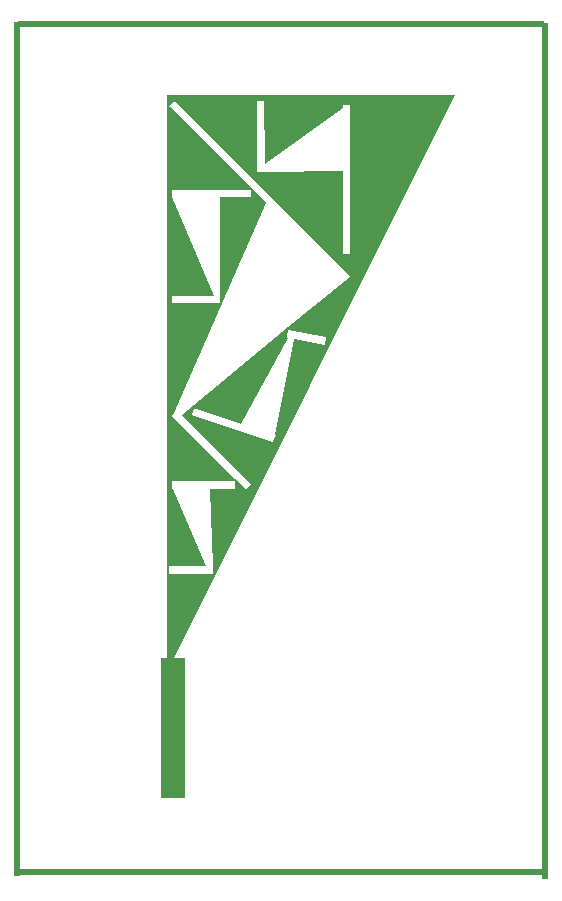
<source format=gbr>
G04 ===== Begin FILE IDENTIFICATION =====*
G04 File Format:  Gerber RS274X*
G04 ===== End FILE IDENTIFICATION =====*
%FSLAX24Y24*%
%MOIN*%
%SFA1.0000B1.0000*%
%OFA0.0B0.0*%
%ADD14R,0.023622X2.854331*%
%ADD15R,1.751969X0.023622*%
%ADD16R,1.779528X0.023622*%
%ADD17R,0.023622X2.846457*%
%ADD18R,0.078740X0.468504*%
%LNcond*%
%IPPOS*%
%LPD*%
G75*
D14*
X11929Y9980D03*
D15*
X3130Y24213D03*
D16*
X3150Y-4055D03*
D17*
X-5669Y10059D03*
D18*
X-472Y768D03*
G36*
G01X-669Y2638D02*
G01Y21850D01*
G01X-425D01*
G01Y21662D01*
G01X-599Y21488D01*
G01X2126Y18781D01*
G01Y18706D01*
G01X-512D01*
G01Y18460D01*
G01X-509D01*
G01X887Y15162D01*
G01X-512D01*
G01Y14916D01*
G01X1102D01*
G01Y18460D01*
G01X2126D01*
G01Y18781D01*
G01X2649Y18262D01*
G01X-433Y11260D01*
G01X-519Y11172D01*
G01X1614Y9072D01*
G01Y8981D01*
G01X-512D01*
G01Y8735D01*
G01X-452D01*
G01X649Y6147D01*
G01X-591D01*
G01Y5901D01*
G01X866D01*
G01Y6147D01*
G01X861D01*
G01X753Y8735D01*
G01X1614D01*
G01Y9072D01*
G01X1961Y8731D01*
G01X2134Y8907D01*
G01X-177Y11178D01*
G01X3369Y14111D01*
G01Y14019D01*
G01X3324Y13777D01*
G01X3357Y13771D01*
G01X1811Y10906D01*
G01X1923Y10854D01*
G01X236Y11416D01*
G01X158Y11182D01*
G01X2874Y10277D01*
G01X2913Y10394D01*
G01X2952Y10510D01*
G01X2931Y10517D01*
G01X3563Y13722D01*
G01X4584Y13541D01*
G01X4629Y13782D01*
G01X3369Y14019D01*
G01Y14111D01*
G01X5256Y15672D01*
G01X5268Y15661D01*
G01X5441Y15835D01*
G01X2779Y18480D01*
G01X2756Y18504D01*
G01X2755Y18503D01*
G01X-425Y21662D01*
G01Y21850D01*
G01X2564D01*
G01Y21654D01*
G01X2318D01*
G01Y19291D01*
G01X2564D01*
G01Y19293D01*
G01X5192Y19328D01*
G01Y16575D01*
G01X5438D01*
G01Y21535D01*
G01X5192D01*
G01Y21439D01*
G01X2603Y19545D01*
G01X2564Y21850D01*
G01X8937D01*
G01X-669Y2638D01*
G37*
M02*


</source>
